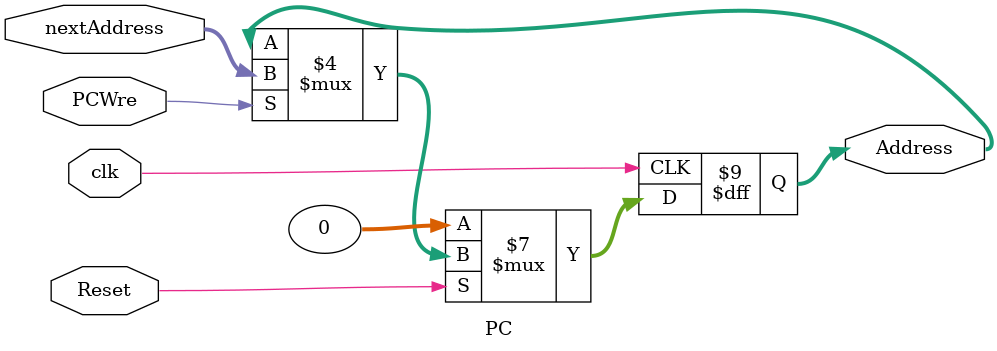
<source format=v>
`timescale 1ns / 1ps


module PC(clk, Reset, PCWre, nextAddress, Address);
    input clk, Reset, PCWre;
    input [31:0] nextAddress;
    output reg [31:0] Address;
    always @(posedge clk)begin
        if (Reset == 0)
            Address <= 0;
        else if(PCWre==1)
            Address <= nextAddress;
    end
endmodule

</source>
